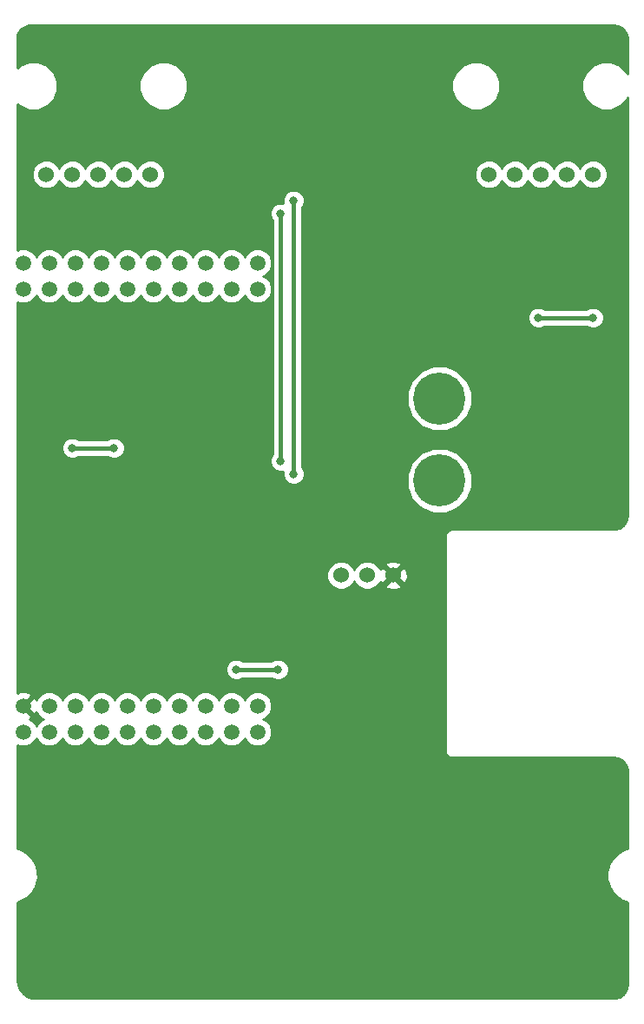
<source format=gbr>
G04 #@! TF.GenerationSoftware,KiCad,Pcbnew,(5.0.0)*
G04 #@! TF.CreationDate,2018-09-29T16:31:49-05:00*
G04 #@! TF.ProjectId,Driveboard_Hardware,4472697665626F6172645F4861726477,rev?*
G04 #@! TF.SameCoordinates,Original*
G04 #@! TF.FileFunction,Copper,L2,Bot,Signal*
G04 #@! TF.FilePolarity,Positive*
%FSLAX46Y46*%
G04 Gerber Fmt 4.6, Leading zero omitted, Abs format (unit mm)*
G04 Created by KiCad (PCBNEW (5.0.0)) date 09/29/18 16:31:49*
%MOMM*%
%LPD*%
G01*
G04 APERTURE LIST*
G04 #@! TA.AperFunction,ComponentPad*
%ADD10C,1.520000*%
G04 #@! TD*
G04 #@! TA.AperFunction,ComponentPad*
%ADD11C,1.524000*%
G04 #@! TD*
G04 #@! TA.AperFunction,ComponentPad*
%ADD12C,5.080000*%
G04 #@! TD*
G04 #@! TA.AperFunction,ViaPad*
%ADD13C,0.800000*%
G04 #@! TD*
G04 #@! TA.AperFunction,Conductor*
%ADD14C,0.381000*%
G04 #@! TD*
G04 #@! TA.AperFunction,Conductor*
%ADD15C,0.254000*%
G04 #@! TD*
G04 APERTURE END LIST*
D10*
G04 #@! TO.P,U1,+5V*
G04 #@! TO.N,Net-(C2-Pad1)*
X65049001Y-129285001D03*
G04 #@! TO.P,U1,GND*
G04 #@! TO.N,Earth*
X67589001Y-129285001D03*
G04 #@! TO.P,U1,PE0*
G04 #@! TO.N,Net-(U1-PadPE0)*
X70129001Y-129285001D03*
G04 #@! TO.P,U1,PE1*
G04 #@! TO.N,Net-(U1-PadPE1)*
X72669001Y-129285001D03*
G04 #@! TO.P,U1,PE2*
G04 #@! TO.N,Net-(U1-PadPE2)*
X75209001Y-129285001D03*
G04 #@! TO.P,U1,PE3*
G04 #@! TO.N,Net-(U1-PadPE3)*
X77749001Y-129285001D03*
G04 #@! TO.P,U1,PD7*
G04 #@! TO.N,Net-(U1-PadPD7)*
X80289001Y-129285001D03*
G04 #@! TO.P,U1,PA6*
G04 #@! TO.N,Net-(U1-PadPA6)*
X82829001Y-129285001D03*
G04 #@! TO.P,U1,PM4*
G04 #@! TO.N,Net-(U1-PadPM4)*
X85369001Y-129285001D03*
G04 #@! TO.P,U1,PM5*
G04 #@! TO.N,Net-(U1-PadPM5)*
X87909001Y-129285001D03*
G04 #@! TO.P,U1,+3V3*
G04 #@! TO.N,Net-(U1-Pad+3V3)*
X65049001Y-131825001D03*
G04 #@! TO.P,U1,PE4*
G04 #@! TO.N,Net-(U1-PadPE4)*
X67589001Y-131825001D03*
G04 #@! TO.P,U1,PC4*
G04 #@! TO.N,Net-(U1-PadPC4)*
X70129001Y-131825001D03*
G04 #@! TO.P,U1,PC5*
G04 #@! TO.N,Net-(U1-PadPC5)*
X72669001Y-131825001D03*
G04 #@! TO.P,U1,PC6*
G04 #@! TO.N,Net-(U1-PadPC6)*
X75209001Y-131825001D03*
G04 #@! TO.P,U1,PE5*
G04 #@! TO.N,Net-(U1-PadPE5)*
X77749001Y-131825001D03*
G04 #@! TO.P,U1,PD3*
G04 #@! TO.N,Net-(U1-PadPD3)*
X80289001Y-131825001D03*
G04 #@! TO.P,U1,PC7*
G04 #@! TO.N,Net-(U1-PadPC7)*
X82829001Y-131825001D03*
G04 #@! TO.P,U1,PB2*
G04 #@! TO.N,Net-(U1-PadPB2)*
X85369001Y-131825001D03*
G04 #@! TO.P,U1,PB3*
G04 #@! TO.N,Net-(U1-PadPB3)*
X87909001Y-131825001D03*
G04 #@! TO.P,U1,PF1*
G04 #@! TO.N,Net-(U1-PadPF1)*
X65049001Y-88645001D03*
G04 #@! TO.P,U1,PF2*
G04 #@! TO.N,Net-(U1-PadPF2)*
X67589001Y-88645001D03*
G04 #@! TO.P,U1,PF3*
G04 #@! TO.N,Net-(U1-PadPF3)*
X70129001Y-88645001D03*
G04 #@! TO.P,U1,PG0*
G04 #@! TO.N,Net-(U1-PadPG0)*
X72669001Y-88645001D03*
G04 #@! TO.P,U1,PL4*
G04 #@! TO.N,Net-(U1-PadPL4)*
X75209001Y-88645001D03*
G04 #@! TO.P,U1,PL5*
G04 #@! TO.N,Net-(U1-PadPL5)*
X77749001Y-88645001D03*
G04 #@! TO.P,U1,PL0*
G04 #@! TO.N,Net-(U1-PadPL0)*
X80289001Y-88645001D03*
G04 #@! TO.P,U1,PL1*
G04 #@! TO.N,Net-(U1-PadPL1)*
X82829001Y-88645001D03*
G04 #@! TO.P,U1,PL2*
G04 #@! TO.N,Net-(U1-PadPL2)*
X85369001Y-88645001D03*
G04 #@! TO.P,U1,PL3*
G04 #@! TO.N,Net-(U1-PadPL3)*
X87909001Y-88645001D03*
G04 #@! TO.P,U1,GND*
G04 #@! TO.N,Earth*
X65049001Y-86105001D03*
G04 #@! TO.P,U1,PM3*
G04 #@! TO.N,Net-(U1-PadPM3)*
X67589001Y-86105001D03*
G04 #@! TO.P,U1,PH2*
G04 #@! TO.N,Net-(U1-PadPH2)*
X70129001Y-86105001D03*
G04 #@! TO.P,U1,PH3*
G04 #@! TO.N,Net-(U1-PadPH3)*
X72669001Y-86105001D03*
G04 #@! TO.P,U1,Rese*
G04 #@! TO.N,Net-(U1-PadRese)*
X75209001Y-86105001D03*
G04 #@! TO.P,U1,PD1*
G04 #@! TO.N,Net-(U1-PadPD1)*
X77749001Y-86105001D03*
G04 #@! TO.P,U1,PD0*
G04 #@! TO.N,Net-(U1-PadPD0)*
X80289001Y-86105001D03*
G04 #@! TO.P,U1,PN2*
G04 #@! TO.N,Net-(U1-PadPN2)*
X82829001Y-86105001D03*
G04 #@! TO.P,U1,PN3*
G04 #@! TO.N,Net-(U1-PadPN3)*
X85369001Y-86105001D03*
G04 #@! TO.P,U1,PP2*
G04 #@! TO.N,Net-(U1-PadPP2)*
X87909001Y-86105001D03*
G04 #@! TD*
D11*
G04 #@! TO.P,U2,1*
G04 #@! TO.N,Net-(C1-Pad1)*
X96064008Y-116557532D03*
G04 #@! TO.P,U2,2*
G04 #@! TO.N,Earth*
X98604008Y-116557532D03*
G04 #@! TO.P,U2,3*
G04 #@! TO.N,Net-(C2-Pad1)*
X101144008Y-116557532D03*
G04 #@! TD*
G04 #@! TO.P,Conn2,1*
G04 #@! TO.N,Net-(Conn2-Pad1)*
X67310000Y-77470000D03*
G04 #@! TO.P,Conn2,2*
G04 #@! TO.N,Net-(Conn2-Pad2)*
X69850000Y-77470000D03*
G04 #@! TO.P,Conn2,3*
G04 #@! TO.N,Earth*
X72390000Y-77470000D03*
G04 #@! TO.P,Conn2,4*
G04 #@! TO.N,Net-(Conn2-Pad4)*
X74930000Y-77470000D03*
G04 #@! TO.P,Conn2,5*
G04 #@! TO.N,Net-(Conn2-Pad5)*
X77470000Y-77470000D03*
G04 #@! TD*
G04 #@! TO.P,Conn3,5*
G04 #@! TO.N,Net-(Conn3-Pad5)*
X120650000Y-77470000D03*
G04 #@! TO.P,Conn3,4*
G04 #@! TO.N,Net-(Conn3-Pad4)*
X118110000Y-77470000D03*
G04 #@! TO.P,Conn3,3*
G04 #@! TO.N,Earth*
X115570000Y-77470000D03*
G04 #@! TO.P,Conn3,2*
G04 #@! TO.N,Net-(Conn3-Pad2)*
X113030000Y-77470000D03*
G04 #@! TO.P,Conn3,1*
G04 #@! TO.N,Net-(Conn3-Pad1)*
X110490000Y-77470000D03*
G04 #@! TD*
D12*
G04 #@! TO.P,Conn1,1*
G04 #@! TO.N,Earth*
X105638600Y-99313000D03*
G04 #@! TO.P,Conn1,2*
G04 #@! TO.N,Net-(C1-Pad1)*
X105638600Y-107314000D03*
G04 #@! TD*
D13*
G04 #@! TO.N,Earth*
X73914000Y-104140000D03*
X69850000Y-104140000D03*
G04 #@! TO.N,Net-(C2-Pad1)*
X88392000Y-102870000D03*
G04 #@! TO.N,Net-(Conn2-Pad4)*
X90170000Y-105410000D03*
X90170000Y-81280000D03*
G04 #@! TO.N,Net-(Conn2-Pad5)*
X91440000Y-106680000D03*
X91440000Y-80010000D03*
G04 #@! TO.N,Net-(Conn3-Pad5)*
X120650000Y-91440000D03*
X115316000Y-91440000D03*
G04 #@! TO.N,Net-(U1-PadPE2)*
X85852000Y-125730000D03*
X89916000Y-125730000D03*
G04 #@! TD*
D14*
G04 #@! TO.N,Earth*
X73914000Y-104140000D02*
X69850000Y-104140000D01*
G04 #@! TO.N,Net-(Conn2-Pad4)*
X90170000Y-105410000D02*
X90170000Y-81280000D01*
G04 #@! TO.N,Net-(Conn2-Pad5)*
X91440000Y-80010000D02*
X91440000Y-106680000D01*
G04 #@! TO.N,Net-(Conn3-Pad5)*
X120650000Y-91440000D02*
X115316000Y-91440000D01*
G04 #@! TO.N,Net-(U1-PadPE2)*
X85852000Y-125730000D02*
X89916000Y-125730000D01*
X89916000Y-125730000D02*
X89916000Y-125730000D01*
G04 #@! TD*
D15*
G04 #@! TO.N,Net-(C2-Pad1)*
G36*
X123051009Y-63000090D02*
X123390352Y-63154381D01*
X123672752Y-63397712D01*
X123875506Y-63710523D01*
X123989348Y-64091184D01*
X124004001Y-64288363D01*
X124004001Y-67698247D01*
X123920711Y-67497167D01*
X123256833Y-66833289D01*
X122389433Y-66474000D01*
X121450567Y-66474000D01*
X120583167Y-66833289D01*
X119919289Y-67497167D01*
X119560000Y-68364567D01*
X119560000Y-69303433D01*
X119919289Y-70170833D01*
X120583167Y-70834711D01*
X121450567Y-71194000D01*
X122389433Y-71194000D01*
X123256833Y-70834711D01*
X123920711Y-70170833D01*
X124004001Y-69969754D01*
X124004000Y-110693419D01*
X123943910Y-111113009D01*
X123789619Y-111452352D01*
X123546288Y-111734752D01*
X123233479Y-111937506D01*
X122852815Y-112051348D01*
X122655649Y-112066000D01*
X107003926Y-112066000D01*
X106934000Y-112052091D01*
X106864075Y-112066000D01*
X106864074Y-112066000D01*
X106656972Y-112107195D01*
X106422119Y-112264119D01*
X106265195Y-112498972D01*
X106210091Y-112776000D01*
X106224001Y-112845931D01*
X106224000Y-133534074D01*
X106210091Y-133604000D01*
X106265195Y-133881028D01*
X106422119Y-134115881D01*
X106656972Y-134272805D01*
X106816571Y-134304551D01*
X106934000Y-134327909D01*
X107003925Y-134314000D01*
X122631419Y-134314000D01*
X123051009Y-134374090D01*
X123390352Y-134528381D01*
X123672752Y-134771712D01*
X123875506Y-135084523D01*
X123989348Y-135465184D01*
X124004000Y-135662350D01*
X124004001Y-143153281D01*
X123918491Y-143179423D01*
X123826033Y-143206460D01*
X123818159Y-143210098D01*
X123296644Y-143454948D01*
X123216075Y-143507872D01*
X123134927Y-143559768D01*
X123128390Y-143565470D01*
X122696558Y-143946851D01*
X122634096Y-144020244D01*
X122570760Y-144092847D01*
X122566087Y-144100154D01*
X122258654Y-144587407D01*
X122219298Y-144675387D01*
X122178889Y-144762840D01*
X122176457Y-144771160D01*
X122176454Y-144771166D01*
X122176453Y-144771173D01*
X122018134Y-145325118D01*
X122005056Y-145420586D01*
X121990813Y-145515890D01*
X121990813Y-145524564D01*
X121994333Y-146100687D01*
X122008588Y-146196068D01*
X122021654Y-146291455D01*
X122024088Y-146299781D01*
X122189164Y-146851758D01*
X122229591Y-146939250D01*
X122268930Y-147027194D01*
X122273603Y-147034501D01*
X122586966Y-147517961D01*
X122650328Y-147590594D01*
X122712763Y-147663955D01*
X122719296Y-147669654D01*
X122719300Y-147669658D01*
X122719305Y-147669661D01*
X123155759Y-148045734D01*
X123236942Y-148097653D01*
X123317475Y-148150554D01*
X123325346Y-148154190D01*
X123325349Y-148154192D01*
X123325352Y-148154193D01*
X123849817Y-148392653D01*
X123942309Y-148419700D01*
X124004000Y-148438561D01*
X124004001Y-156413412D01*
X123943910Y-156833009D01*
X123789619Y-157172352D01*
X123546288Y-157454752D01*
X123233479Y-157657506D01*
X122852815Y-157771348D01*
X122655649Y-157786000D01*
X66338667Y-157786000D01*
X65840301Y-157723042D01*
X65415111Y-157554697D01*
X65045141Y-157285899D01*
X64753645Y-156933541D01*
X64558933Y-156519756D01*
X64466907Y-156037339D01*
X64464000Y-155944836D01*
X64464000Y-148438719D01*
X64549509Y-148412577D01*
X64641967Y-148385540D01*
X64649841Y-148381902D01*
X65171356Y-148137052D01*
X65251925Y-148084128D01*
X65333073Y-148032232D01*
X65339610Y-148026530D01*
X65771442Y-147645149D01*
X65833887Y-147571776D01*
X65897240Y-147499153D01*
X65901913Y-147491846D01*
X66209346Y-147004593D01*
X66248687Y-146916645D01*
X66289111Y-146829160D01*
X66291545Y-146820835D01*
X66449866Y-146266882D01*
X66462943Y-146171421D01*
X66477187Y-146076111D01*
X66477187Y-146067436D01*
X66473667Y-145491313D01*
X66459414Y-145395943D01*
X66446346Y-145300544D01*
X66443912Y-145292219D01*
X66278836Y-144740241D01*
X66238418Y-144652769D01*
X66199071Y-144564806D01*
X66194397Y-144557499D01*
X65881034Y-144074040D01*
X65817707Y-144001447D01*
X65755237Y-143928045D01*
X65748700Y-143922343D01*
X65312241Y-143546266D01*
X65231058Y-143494347D01*
X65150525Y-143441446D01*
X65142654Y-143437810D01*
X65142651Y-143437808D01*
X65142648Y-143437807D01*
X64618183Y-143199347D01*
X64525691Y-143172300D01*
X64464000Y-143153439D01*
X64464000Y-133092623D01*
X64771518Y-133220001D01*
X65326484Y-133220001D01*
X65839205Y-133007625D01*
X66231625Y-132615205D01*
X66319001Y-132404261D01*
X66406377Y-132615205D01*
X66798797Y-133007625D01*
X67311518Y-133220001D01*
X67866484Y-133220001D01*
X68379205Y-133007625D01*
X68771625Y-132615205D01*
X68859001Y-132404261D01*
X68946377Y-132615205D01*
X69338797Y-133007625D01*
X69851518Y-133220001D01*
X70406484Y-133220001D01*
X70919205Y-133007625D01*
X71311625Y-132615205D01*
X71399001Y-132404261D01*
X71486377Y-132615205D01*
X71878797Y-133007625D01*
X72391518Y-133220001D01*
X72946484Y-133220001D01*
X73459205Y-133007625D01*
X73851625Y-132615205D01*
X73939001Y-132404261D01*
X74026377Y-132615205D01*
X74418797Y-133007625D01*
X74931518Y-133220001D01*
X75486484Y-133220001D01*
X75999205Y-133007625D01*
X76391625Y-132615205D01*
X76479001Y-132404261D01*
X76566377Y-132615205D01*
X76958797Y-133007625D01*
X77471518Y-133220001D01*
X78026484Y-133220001D01*
X78539205Y-133007625D01*
X78931625Y-132615205D01*
X79019001Y-132404261D01*
X79106377Y-132615205D01*
X79498797Y-133007625D01*
X80011518Y-133220001D01*
X80566484Y-133220001D01*
X81079205Y-133007625D01*
X81471625Y-132615205D01*
X81559001Y-132404261D01*
X81646377Y-132615205D01*
X82038797Y-133007625D01*
X82551518Y-133220001D01*
X83106484Y-133220001D01*
X83619205Y-133007625D01*
X84011625Y-132615205D01*
X84099001Y-132404261D01*
X84186377Y-132615205D01*
X84578797Y-133007625D01*
X85091518Y-133220001D01*
X85646484Y-133220001D01*
X86159205Y-133007625D01*
X86551625Y-132615205D01*
X86639001Y-132404261D01*
X86726377Y-132615205D01*
X87118797Y-133007625D01*
X87631518Y-133220001D01*
X88186484Y-133220001D01*
X88699205Y-133007625D01*
X89091625Y-132615205D01*
X89304001Y-132102484D01*
X89304001Y-131547518D01*
X89091625Y-131034797D01*
X88699205Y-130642377D01*
X88488261Y-130555001D01*
X88699205Y-130467625D01*
X89091625Y-130075205D01*
X89304001Y-129562484D01*
X89304001Y-129007518D01*
X89091625Y-128494797D01*
X88699205Y-128102377D01*
X88186484Y-127890001D01*
X87631518Y-127890001D01*
X87118797Y-128102377D01*
X86726377Y-128494797D01*
X86639001Y-128705741D01*
X86551625Y-128494797D01*
X86159205Y-128102377D01*
X85646484Y-127890001D01*
X85091518Y-127890001D01*
X84578797Y-128102377D01*
X84186377Y-128494797D01*
X84099001Y-128705741D01*
X84011625Y-128494797D01*
X83619205Y-128102377D01*
X83106484Y-127890001D01*
X82551518Y-127890001D01*
X82038797Y-128102377D01*
X81646377Y-128494797D01*
X81559001Y-128705741D01*
X81471625Y-128494797D01*
X81079205Y-128102377D01*
X80566484Y-127890001D01*
X80011518Y-127890001D01*
X79498797Y-128102377D01*
X79106377Y-128494797D01*
X79019001Y-128705741D01*
X78931625Y-128494797D01*
X78539205Y-128102377D01*
X78026484Y-127890001D01*
X77471518Y-127890001D01*
X76958797Y-128102377D01*
X76566377Y-128494797D01*
X76479001Y-128705741D01*
X76391625Y-128494797D01*
X75999205Y-128102377D01*
X75486484Y-127890001D01*
X74931518Y-127890001D01*
X74418797Y-128102377D01*
X74026377Y-128494797D01*
X73939001Y-128705741D01*
X73851625Y-128494797D01*
X73459205Y-128102377D01*
X72946484Y-127890001D01*
X72391518Y-127890001D01*
X71878797Y-128102377D01*
X71486377Y-128494797D01*
X71399001Y-128705741D01*
X71311625Y-128494797D01*
X70919205Y-128102377D01*
X70406484Y-127890001D01*
X69851518Y-127890001D01*
X69338797Y-128102377D01*
X68946377Y-128494797D01*
X68859001Y-128705741D01*
X68771625Y-128494797D01*
X68379205Y-128102377D01*
X67866484Y-127890001D01*
X67311518Y-127890001D01*
X66798797Y-128102377D01*
X66406377Y-128494797D01*
X66325579Y-128689860D01*
X66269743Y-128555060D01*
X66027765Y-128485842D01*
X65228606Y-129285001D01*
X66027765Y-130084160D01*
X66269743Y-130014942D01*
X66321407Y-129870070D01*
X66406377Y-130075205D01*
X66798797Y-130467625D01*
X67009741Y-130555001D01*
X66798797Y-130642377D01*
X66406377Y-131034797D01*
X66319001Y-131245741D01*
X66231625Y-131034797D01*
X65839205Y-130642377D01*
X65644142Y-130561579D01*
X65778942Y-130505743D01*
X65848160Y-130263765D01*
X65049001Y-129464606D01*
X65034859Y-129478749D01*
X64855254Y-129299144D01*
X64869396Y-129285001D01*
X64855254Y-129270859D01*
X65034859Y-129091254D01*
X65049001Y-129105396D01*
X65848160Y-128306237D01*
X65778942Y-128064259D01*
X65256221Y-127877846D01*
X64701952Y-127905660D01*
X64464000Y-128004223D01*
X64464000Y-125524126D01*
X84817000Y-125524126D01*
X84817000Y-125935874D01*
X84974569Y-126316280D01*
X85265720Y-126607431D01*
X85646126Y-126765000D01*
X86057874Y-126765000D01*
X86438280Y-126607431D01*
X86490211Y-126555500D01*
X89277789Y-126555500D01*
X89329720Y-126607431D01*
X89710126Y-126765000D01*
X90121874Y-126765000D01*
X90502280Y-126607431D01*
X90793431Y-126316280D01*
X90951000Y-125935874D01*
X90951000Y-125524126D01*
X90793431Y-125143720D01*
X90502280Y-124852569D01*
X90121874Y-124695000D01*
X89710126Y-124695000D01*
X89329720Y-124852569D01*
X89277789Y-124904500D01*
X86490211Y-124904500D01*
X86438280Y-124852569D01*
X86057874Y-124695000D01*
X85646126Y-124695000D01*
X85265720Y-124852569D01*
X84974569Y-125143720D01*
X84817000Y-125524126D01*
X64464000Y-125524126D01*
X64464000Y-116279651D01*
X94667008Y-116279651D01*
X94667008Y-116835413D01*
X94879688Y-117348869D01*
X95272671Y-117741852D01*
X95786127Y-117954532D01*
X96341889Y-117954532D01*
X96855345Y-117741852D01*
X97248328Y-117348869D01*
X97334008Y-117142019D01*
X97419688Y-117348869D01*
X97812671Y-117741852D01*
X98326127Y-117954532D01*
X98881889Y-117954532D01*
X99395345Y-117741852D01*
X99599452Y-117537745D01*
X100343400Y-117537745D01*
X100412865Y-117779929D01*
X100936310Y-117966676D01*
X101491376Y-117938894D01*
X101875151Y-117779929D01*
X101944616Y-117537745D01*
X101144008Y-116737137D01*
X100343400Y-117537745D01*
X99599452Y-117537745D01*
X99788328Y-117348869D01*
X99867436Y-117157885D01*
X99921611Y-117288675D01*
X100163795Y-117358140D01*
X100964403Y-116557532D01*
X101323613Y-116557532D01*
X102124221Y-117358140D01*
X102366405Y-117288675D01*
X102553152Y-116765230D01*
X102525370Y-116210164D01*
X102366405Y-115826389D01*
X102124221Y-115756924D01*
X101323613Y-116557532D01*
X100964403Y-116557532D01*
X100163795Y-115756924D01*
X99921611Y-115826389D01*
X99871473Y-115966925D01*
X99788328Y-115766195D01*
X99599452Y-115577319D01*
X100343400Y-115577319D01*
X101144008Y-116377927D01*
X101944616Y-115577319D01*
X101875151Y-115335135D01*
X101351706Y-115148388D01*
X100796640Y-115176170D01*
X100412865Y-115335135D01*
X100343400Y-115577319D01*
X99599452Y-115577319D01*
X99395345Y-115373212D01*
X98881889Y-115160532D01*
X98326127Y-115160532D01*
X97812671Y-115373212D01*
X97419688Y-115766195D01*
X97334008Y-115973045D01*
X97248328Y-115766195D01*
X96855345Y-115373212D01*
X96341889Y-115160532D01*
X95786127Y-115160532D01*
X95272671Y-115373212D01*
X94879688Y-115766195D01*
X94667008Y-116279651D01*
X64464000Y-116279651D01*
X64464000Y-103934126D01*
X68815000Y-103934126D01*
X68815000Y-104345874D01*
X68972569Y-104726280D01*
X69263720Y-105017431D01*
X69644126Y-105175000D01*
X70055874Y-105175000D01*
X70436280Y-105017431D01*
X70488211Y-104965500D01*
X73275789Y-104965500D01*
X73327720Y-105017431D01*
X73708126Y-105175000D01*
X74119874Y-105175000D01*
X74500280Y-105017431D01*
X74791431Y-104726280D01*
X74949000Y-104345874D01*
X74949000Y-103934126D01*
X74791431Y-103553720D01*
X74500280Y-103262569D01*
X74119874Y-103105000D01*
X73708126Y-103105000D01*
X73327720Y-103262569D01*
X73275789Y-103314500D01*
X70488211Y-103314500D01*
X70436280Y-103262569D01*
X70055874Y-103105000D01*
X69644126Y-103105000D01*
X69263720Y-103262569D01*
X68972569Y-103553720D01*
X68815000Y-103934126D01*
X64464000Y-103934126D01*
X64464000Y-89912623D01*
X64771518Y-90040001D01*
X65326484Y-90040001D01*
X65839205Y-89827625D01*
X66231625Y-89435205D01*
X66319001Y-89224261D01*
X66406377Y-89435205D01*
X66798797Y-89827625D01*
X67311518Y-90040001D01*
X67866484Y-90040001D01*
X68379205Y-89827625D01*
X68771625Y-89435205D01*
X68859001Y-89224261D01*
X68946377Y-89435205D01*
X69338797Y-89827625D01*
X69851518Y-90040001D01*
X70406484Y-90040001D01*
X70919205Y-89827625D01*
X71311625Y-89435205D01*
X71399001Y-89224261D01*
X71486377Y-89435205D01*
X71878797Y-89827625D01*
X72391518Y-90040001D01*
X72946484Y-90040001D01*
X73459205Y-89827625D01*
X73851625Y-89435205D01*
X73939001Y-89224261D01*
X74026377Y-89435205D01*
X74418797Y-89827625D01*
X74931518Y-90040001D01*
X75486484Y-90040001D01*
X75999205Y-89827625D01*
X76391625Y-89435205D01*
X76479001Y-89224261D01*
X76566377Y-89435205D01*
X76958797Y-89827625D01*
X77471518Y-90040001D01*
X78026484Y-90040001D01*
X78539205Y-89827625D01*
X78931625Y-89435205D01*
X79019001Y-89224261D01*
X79106377Y-89435205D01*
X79498797Y-89827625D01*
X80011518Y-90040001D01*
X80566484Y-90040001D01*
X81079205Y-89827625D01*
X81471625Y-89435205D01*
X81559001Y-89224261D01*
X81646377Y-89435205D01*
X82038797Y-89827625D01*
X82551518Y-90040001D01*
X83106484Y-90040001D01*
X83619205Y-89827625D01*
X84011625Y-89435205D01*
X84099001Y-89224261D01*
X84186377Y-89435205D01*
X84578797Y-89827625D01*
X85091518Y-90040001D01*
X85646484Y-90040001D01*
X86159205Y-89827625D01*
X86551625Y-89435205D01*
X86639001Y-89224261D01*
X86726377Y-89435205D01*
X87118797Y-89827625D01*
X87631518Y-90040001D01*
X88186484Y-90040001D01*
X88699205Y-89827625D01*
X89091625Y-89435205D01*
X89304001Y-88922484D01*
X89304001Y-88367518D01*
X89091625Y-87854797D01*
X88699205Y-87462377D01*
X88488261Y-87375001D01*
X88699205Y-87287625D01*
X89091625Y-86895205D01*
X89304001Y-86382484D01*
X89304001Y-85827518D01*
X89091625Y-85314797D01*
X88699205Y-84922377D01*
X88186484Y-84710001D01*
X87631518Y-84710001D01*
X87118797Y-84922377D01*
X86726377Y-85314797D01*
X86639001Y-85525741D01*
X86551625Y-85314797D01*
X86159205Y-84922377D01*
X85646484Y-84710001D01*
X85091518Y-84710001D01*
X84578797Y-84922377D01*
X84186377Y-85314797D01*
X84099001Y-85525741D01*
X84011625Y-85314797D01*
X83619205Y-84922377D01*
X83106484Y-84710001D01*
X82551518Y-84710001D01*
X82038797Y-84922377D01*
X81646377Y-85314797D01*
X81559001Y-85525741D01*
X81471625Y-85314797D01*
X81079205Y-84922377D01*
X80566484Y-84710001D01*
X80011518Y-84710001D01*
X79498797Y-84922377D01*
X79106377Y-85314797D01*
X79019001Y-85525741D01*
X78931625Y-85314797D01*
X78539205Y-84922377D01*
X78026484Y-84710001D01*
X77471518Y-84710001D01*
X76958797Y-84922377D01*
X76566377Y-85314797D01*
X76479001Y-85525741D01*
X76391625Y-85314797D01*
X75999205Y-84922377D01*
X75486484Y-84710001D01*
X74931518Y-84710001D01*
X74418797Y-84922377D01*
X74026377Y-85314797D01*
X73939001Y-85525741D01*
X73851625Y-85314797D01*
X73459205Y-84922377D01*
X72946484Y-84710001D01*
X72391518Y-84710001D01*
X71878797Y-84922377D01*
X71486377Y-85314797D01*
X71399001Y-85525741D01*
X71311625Y-85314797D01*
X70919205Y-84922377D01*
X70406484Y-84710001D01*
X69851518Y-84710001D01*
X69338797Y-84922377D01*
X68946377Y-85314797D01*
X68859001Y-85525741D01*
X68771625Y-85314797D01*
X68379205Y-84922377D01*
X67866484Y-84710001D01*
X67311518Y-84710001D01*
X66798797Y-84922377D01*
X66406377Y-85314797D01*
X66319001Y-85525741D01*
X66231625Y-85314797D01*
X65839205Y-84922377D01*
X65326484Y-84710001D01*
X64771518Y-84710001D01*
X64464000Y-84837379D01*
X64464000Y-81074126D01*
X89135000Y-81074126D01*
X89135000Y-81485874D01*
X89292569Y-81866280D01*
X89344501Y-81918212D01*
X89344500Y-104771789D01*
X89292569Y-104823720D01*
X89135000Y-105204126D01*
X89135000Y-105615874D01*
X89292569Y-105996280D01*
X89583720Y-106287431D01*
X89964126Y-106445000D01*
X90375874Y-106445000D01*
X90425595Y-106424405D01*
X90405000Y-106474126D01*
X90405000Y-106885874D01*
X90562569Y-107266280D01*
X90853720Y-107557431D01*
X91234126Y-107715000D01*
X91645874Y-107715000D01*
X92026280Y-107557431D01*
X92317431Y-107266280D01*
X92475000Y-106885874D01*
X92475000Y-106682453D01*
X102463600Y-106682453D01*
X102463600Y-107945547D01*
X102946965Y-109112493D01*
X103840107Y-110005635D01*
X105007053Y-110489000D01*
X106270147Y-110489000D01*
X107437093Y-110005635D01*
X108330235Y-109112493D01*
X108813600Y-107945547D01*
X108813600Y-106682453D01*
X108330235Y-105515507D01*
X107437093Y-104622365D01*
X106270147Y-104139000D01*
X105007053Y-104139000D01*
X103840107Y-104622365D01*
X102946965Y-105515507D01*
X102463600Y-106682453D01*
X92475000Y-106682453D01*
X92475000Y-106474126D01*
X92317431Y-106093720D01*
X92265500Y-106041789D01*
X92265500Y-98681453D01*
X102463600Y-98681453D01*
X102463600Y-99944547D01*
X102946965Y-101111493D01*
X103840107Y-102004635D01*
X105007053Y-102488000D01*
X106270147Y-102488000D01*
X107437093Y-102004635D01*
X108330235Y-101111493D01*
X108813600Y-99944547D01*
X108813600Y-98681453D01*
X108330235Y-97514507D01*
X107437093Y-96621365D01*
X106270147Y-96138000D01*
X105007053Y-96138000D01*
X103840107Y-96621365D01*
X102946965Y-97514507D01*
X102463600Y-98681453D01*
X92265500Y-98681453D01*
X92265500Y-91234126D01*
X114281000Y-91234126D01*
X114281000Y-91645874D01*
X114438569Y-92026280D01*
X114729720Y-92317431D01*
X115110126Y-92475000D01*
X115521874Y-92475000D01*
X115902280Y-92317431D01*
X115954211Y-92265500D01*
X120011789Y-92265500D01*
X120063720Y-92317431D01*
X120444126Y-92475000D01*
X120855874Y-92475000D01*
X121236280Y-92317431D01*
X121527431Y-92026280D01*
X121685000Y-91645874D01*
X121685000Y-91234126D01*
X121527431Y-90853720D01*
X121236280Y-90562569D01*
X120855874Y-90405000D01*
X120444126Y-90405000D01*
X120063720Y-90562569D01*
X120011789Y-90614500D01*
X115954211Y-90614500D01*
X115902280Y-90562569D01*
X115521874Y-90405000D01*
X115110126Y-90405000D01*
X114729720Y-90562569D01*
X114438569Y-90853720D01*
X114281000Y-91234126D01*
X92265500Y-91234126D01*
X92265500Y-80648211D01*
X92317431Y-80596280D01*
X92475000Y-80215874D01*
X92475000Y-79804126D01*
X92317431Y-79423720D01*
X92026280Y-79132569D01*
X91645874Y-78975000D01*
X91234126Y-78975000D01*
X90853720Y-79132569D01*
X90562569Y-79423720D01*
X90405000Y-79804126D01*
X90405000Y-80215874D01*
X90425595Y-80265595D01*
X90375874Y-80245000D01*
X89964126Y-80245000D01*
X89583720Y-80402569D01*
X89292569Y-80693720D01*
X89135000Y-81074126D01*
X64464000Y-81074126D01*
X64464000Y-77192119D01*
X65913000Y-77192119D01*
X65913000Y-77747881D01*
X66125680Y-78261337D01*
X66518663Y-78654320D01*
X67032119Y-78867000D01*
X67587881Y-78867000D01*
X68101337Y-78654320D01*
X68494320Y-78261337D01*
X68580000Y-78054487D01*
X68665680Y-78261337D01*
X69058663Y-78654320D01*
X69572119Y-78867000D01*
X70127881Y-78867000D01*
X70641337Y-78654320D01*
X71034320Y-78261337D01*
X71120000Y-78054487D01*
X71205680Y-78261337D01*
X71598663Y-78654320D01*
X72112119Y-78867000D01*
X72667881Y-78867000D01*
X73181337Y-78654320D01*
X73574320Y-78261337D01*
X73660000Y-78054487D01*
X73745680Y-78261337D01*
X74138663Y-78654320D01*
X74652119Y-78867000D01*
X75207881Y-78867000D01*
X75721337Y-78654320D01*
X76114320Y-78261337D01*
X76200000Y-78054487D01*
X76285680Y-78261337D01*
X76678663Y-78654320D01*
X77192119Y-78867000D01*
X77747881Y-78867000D01*
X78261337Y-78654320D01*
X78654320Y-78261337D01*
X78867000Y-77747881D01*
X78867000Y-77192119D01*
X109093000Y-77192119D01*
X109093000Y-77747881D01*
X109305680Y-78261337D01*
X109698663Y-78654320D01*
X110212119Y-78867000D01*
X110767881Y-78867000D01*
X111281337Y-78654320D01*
X111674320Y-78261337D01*
X111760000Y-78054487D01*
X111845680Y-78261337D01*
X112238663Y-78654320D01*
X112752119Y-78867000D01*
X113307881Y-78867000D01*
X113821337Y-78654320D01*
X114214320Y-78261337D01*
X114300000Y-78054487D01*
X114385680Y-78261337D01*
X114778663Y-78654320D01*
X115292119Y-78867000D01*
X115847881Y-78867000D01*
X116361337Y-78654320D01*
X116754320Y-78261337D01*
X116840000Y-78054487D01*
X116925680Y-78261337D01*
X117318663Y-78654320D01*
X117832119Y-78867000D01*
X118387881Y-78867000D01*
X118901337Y-78654320D01*
X119294320Y-78261337D01*
X119380000Y-78054487D01*
X119465680Y-78261337D01*
X119858663Y-78654320D01*
X120372119Y-78867000D01*
X120927881Y-78867000D01*
X121441337Y-78654320D01*
X121834320Y-78261337D01*
X122047000Y-77747881D01*
X122047000Y-77192119D01*
X121834320Y-76678663D01*
X121441337Y-76285680D01*
X120927881Y-76073000D01*
X120372119Y-76073000D01*
X119858663Y-76285680D01*
X119465680Y-76678663D01*
X119380000Y-76885513D01*
X119294320Y-76678663D01*
X118901337Y-76285680D01*
X118387881Y-76073000D01*
X117832119Y-76073000D01*
X117318663Y-76285680D01*
X116925680Y-76678663D01*
X116840000Y-76885513D01*
X116754320Y-76678663D01*
X116361337Y-76285680D01*
X115847881Y-76073000D01*
X115292119Y-76073000D01*
X114778663Y-76285680D01*
X114385680Y-76678663D01*
X114300000Y-76885513D01*
X114214320Y-76678663D01*
X113821337Y-76285680D01*
X113307881Y-76073000D01*
X112752119Y-76073000D01*
X112238663Y-76285680D01*
X111845680Y-76678663D01*
X111760000Y-76885513D01*
X111674320Y-76678663D01*
X111281337Y-76285680D01*
X110767881Y-76073000D01*
X110212119Y-76073000D01*
X109698663Y-76285680D01*
X109305680Y-76678663D01*
X109093000Y-77192119D01*
X78867000Y-77192119D01*
X78654320Y-76678663D01*
X78261337Y-76285680D01*
X77747881Y-76073000D01*
X77192119Y-76073000D01*
X76678663Y-76285680D01*
X76285680Y-76678663D01*
X76200000Y-76885513D01*
X76114320Y-76678663D01*
X75721337Y-76285680D01*
X75207881Y-76073000D01*
X74652119Y-76073000D01*
X74138663Y-76285680D01*
X73745680Y-76678663D01*
X73660000Y-76885513D01*
X73574320Y-76678663D01*
X73181337Y-76285680D01*
X72667881Y-76073000D01*
X72112119Y-76073000D01*
X71598663Y-76285680D01*
X71205680Y-76678663D01*
X71120000Y-76885513D01*
X71034320Y-76678663D01*
X70641337Y-76285680D01*
X70127881Y-76073000D01*
X69572119Y-76073000D01*
X69058663Y-76285680D01*
X68665680Y-76678663D01*
X68580000Y-76885513D01*
X68494320Y-76678663D01*
X68101337Y-76285680D01*
X67587881Y-76073000D01*
X67032119Y-76073000D01*
X66518663Y-76285680D01*
X66125680Y-76678663D01*
X65913000Y-77192119D01*
X64464000Y-77192119D01*
X64464000Y-70595544D01*
X64703167Y-70834711D01*
X65570567Y-71194000D01*
X66509433Y-71194000D01*
X67376833Y-70834711D01*
X68040711Y-70170833D01*
X68400000Y-69303433D01*
X68400000Y-68364567D01*
X76380000Y-68364567D01*
X76380000Y-69303433D01*
X76739289Y-70170833D01*
X77403167Y-70834711D01*
X78270567Y-71194000D01*
X79209433Y-71194000D01*
X80076833Y-70834711D01*
X80740711Y-70170833D01*
X81100000Y-69303433D01*
X81100000Y-68364567D01*
X106860000Y-68364567D01*
X106860000Y-69303433D01*
X107219289Y-70170833D01*
X107883167Y-70834711D01*
X108750567Y-71194000D01*
X109689433Y-71194000D01*
X110556833Y-70834711D01*
X111220711Y-70170833D01*
X111580000Y-69303433D01*
X111580000Y-68364567D01*
X111220711Y-67497167D01*
X110556833Y-66833289D01*
X109689433Y-66474000D01*
X108750567Y-66474000D01*
X107883167Y-66833289D01*
X107219289Y-67497167D01*
X106860000Y-68364567D01*
X81100000Y-68364567D01*
X80740711Y-67497167D01*
X80076833Y-66833289D01*
X79209433Y-66474000D01*
X78270567Y-66474000D01*
X77403167Y-66833289D01*
X76739289Y-67497167D01*
X76380000Y-68364567D01*
X68400000Y-68364567D01*
X68040711Y-67497167D01*
X67376833Y-66833289D01*
X66509433Y-66474000D01*
X65570567Y-66474000D01*
X64703167Y-66833289D01*
X64464000Y-67072456D01*
X64464000Y-64312581D01*
X64524090Y-63892991D01*
X64678381Y-63553648D01*
X64921712Y-63271248D01*
X65234523Y-63068494D01*
X65615184Y-62954652D01*
X65812350Y-62940000D01*
X122631419Y-62940000D01*
X123051009Y-63000090D01*
X123051009Y-63000090D01*
G37*
X123051009Y-63000090D02*
X123390352Y-63154381D01*
X123672752Y-63397712D01*
X123875506Y-63710523D01*
X123989348Y-64091184D01*
X124004001Y-64288363D01*
X124004001Y-67698247D01*
X123920711Y-67497167D01*
X123256833Y-66833289D01*
X122389433Y-66474000D01*
X121450567Y-66474000D01*
X120583167Y-66833289D01*
X119919289Y-67497167D01*
X119560000Y-68364567D01*
X119560000Y-69303433D01*
X119919289Y-70170833D01*
X120583167Y-70834711D01*
X121450567Y-71194000D01*
X122389433Y-71194000D01*
X123256833Y-70834711D01*
X123920711Y-70170833D01*
X124004001Y-69969754D01*
X124004000Y-110693419D01*
X123943910Y-111113009D01*
X123789619Y-111452352D01*
X123546288Y-111734752D01*
X123233479Y-111937506D01*
X122852815Y-112051348D01*
X122655649Y-112066000D01*
X107003926Y-112066000D01*
X106934000Y-112052091D01*
X106864075Y-112066000D01*
X106864074Y-112066000D01*
X106656972Y-112107195D01*
X106422119Y-112264119D01*
X106265195Y-112498972D01*
X106210091Y-112776000D01*
X106224001Y-112845931D01*
X106224000Y-133534074D01*
X106210091Y-133604000D01*
X106265195Y-133881028D01*
X106422119Y-134115881D01*
X106656972Y-134272805D01*
X106816571Y-134304551D01*
X106934000Y-134327909D01*
X107003925Y-134314000D01*
X122631419Y-134314000D01*
X123051009Y-134374090D01*
X123390352Y-134528381D01*
X123672752Y-134771712D01*
X123875506Y-135084523D01*
X123989348Y-135465184D01*
X124004000Y-135662350D01*
X124004001Y-143153281D01*
X123918491Y-143179423D01*
X123826033Y-143206460D01*
X123818159Y-143210098D01*
X123296644Y-143454948D01*
X123216075Y-143507872D01*
X123134927Y-143559768D01*
X123128390Y-143565470D01*
X122696558Y-143946851D01*
X122634096Y-144020244D01*
X122570760Y-144092847D01*
X122566087Y-144100154D01*
X122258654Y-144587407D01*
X122219298Y-144675387D01*
X122178889Y-144762840D01*
X122176457Y-144771160D01*
X122176454Y-144771166D01*
X122176453Y-144771173D01*
X122018134Y-145325118D01*
X122005056Y-145420586D01*
X121990813Y-145515890D01*
X121990813Y-145524564D01*
X121994333Y-146100687D01*
X122008588Y-146196068D01*
X122021654Y-146291455D01*
X122024088Y-146299781D01*
X122189164Y-146851758D01*
X122229591Y-146939250D01*
X122268930Y-147027194D01*
X122273603Y-147034501D01*
X122586966Y-147517961D01*
X122650328Y-147590594D01*
X122712763Y-147663955D01*
X122719296Y-147669654D01*
X122719300Y-147669658D01*
X122719305Y-147669661D01*
X123155759Y-148045734D01*
X123236942Y-148097653D01*
X123317475Y-148150554D01*
X123325346Y-148154190D01*
X123325349Y-148154192D01*
X123325352Y-148154193D01*
X123849817Y-148392653D01*
X123942309Y-148419700D01*
X124004000Y-148438561D01*
X124004001Y-156413412D01*
X123943910Y-156833009D01*
X123789619Y-157172352D01*
X123546288Y-157454752D01*
X123233479Y-157657506D01*
X122852815Y-157771348D01*
X122655649Y-157786000D01*
X66338667Y-157786000D01*
X65840301Y-157723042D01*
X65415111Y-157554697D01*
X65045141Y-157285899D01*
X64753645Y-156933541D01*
X64558933Y-156519756D01*
X64466907Y-156037339D01*
X64464000Y-155944836D01*
X64464000Y-148438719D01*
X64549509Y-148412577D01*
X64641967Y-148385540D01*
X64649841Y-148381902D01*
X65171356Y-148137052D01*
X65251925Y-148084128D01*
X65333073Y-148032232D01*
X65339610Y-148026530D01*
X65771442Y-147645149D01*
X65833887Y-147571776D01*
X65897240Y-147499153D01*
X65901913Y-147491846D01*
X66209346Y-147004593D01*
X66248687Y-146916645D01*
X66289111Y-146829160D01*
X66291545Y-146820835D01*
X66449866Y-146266882D01*
X66462943Y-146171421D01*
X66477187Y-146076111D01*
X66477187Y-146067436D01*
X66473667Y-145491313D01*
X66459414Y-145395943D01*
X66446346Y-145300544D01*
X66443912Y-145292219D01*
X66278836Y-144740241D01*
X66238418Y-144652769D01*
X66199071Y-144564806D01*
X66194397Y-144557499D01*
X65881034Y-144074040D01*
X65817707Y-144001447D01*
X65755237Y-143928045D01*
X65748700Y-143922343D01*
X65312241Y-143546266D01*
X65231058Y-143494347D01*
X65150525Y-143441446D01*
X65142654Y-143437810D01*
X65142651Y-143437808D01*
X65142648Y-143437807D01*
X64618183Y-143199347D01*
X64525691Y-143172300D01*
X64464000Y-143153439D01*
X64464000Y-133092623D01*
X64771518Y-133220001D01*
X65326484Y-133220001D01*
X65839205Y-133007625D01*
X66231625Y-132615205D01*
X66319001Y-132404261D01*
X66406377Y-132615205D01*
X66798797Y-133007625D01*
X67311518Y-133220001D01*
X67866484Y-133220001D01*
X68379205Y-133007625D01*
X68771625Y-132615205D01*
X68859001Y-132404261D01*
X68946377Y-132615205D01*
X69338797Y-133007625D01*
X69851518Y-133220001D01*
X70406484Y-133220001D01*
X70919205Y-133007625D01*
X71311625Y-132615205D01*
X71399001Y-132404261D01*
X71486377Y-132615205D01*
X71878797Y-133007625D01*
X72391518Y-133220001D01*
X72946484Y-133220001D01*
X73459205Y-133007625D01*
X73851625Y-132615205D01*
X73939001Y-132404261D01*
X74026377Y-132615205D01*
X74418797Y-133007625D01*
X74931518Y-133220001D01*
X75486484Y-133220001D01*
X75999205Y-133007625D01*
X76391625Y-132615205D01*
X76479001Y-132404261D01*
X76566377Y-132615205D01*
X76958797Y-133007625D01*
X77471518Y-133220001D01*
X78026484Y-133220001D01*
X78539205Y-133007625D01*
X78931625Y-132615205D01*
X79019001Y-132404261D01*
X79106377Y-132615205D01*
X79498797Y-133007625D01*
X80011518Y-133220001D01*
X80566484Y-133220001D01*
X81079205Y-133007625D01*
X81471625Y-132615205D01*
X81559001Y-132404261D01*
X81646377Y-132615205D01*
X82038797Y-133007625D01*
X82551518Y-133220001D01*
X83106484Y-133220001D01*
X83619205Y-133007625D01*
X84011625Y-132615205D01*
X84099001Y-132404261D01*
X84186377Y-132615205D01*
X84578797Y-133007625D01*
X85091518Y-133220001D01*
X85646484Y-133220001D01*
X86159205Y-133007625D01*
X86551625Y-132615205D01*
X86639001Y-132404261D01*
X86726377Y-132615205D01*
X87118797Y-133007625D01*
X87631518Y-133220001D01*
X88186484Y-133220001D01*
X88699205Y-133007625D01*
X89091625Y-132615205D01*
X89304001Y-132102484D01*
X89304001Y-131547518D01*
X89091625Y-131034797D01*
X88699205Y-130642377D01*
X88488261Y-130555001D01*
X88699205Y-130467625D01*
X89091625Y-130075205D01*
X89304001Y-129562484D01*
X89304001Y-129007518D01*
X89091625Y-128494797D01*
X88699205Y-128102377D01*
X88186484Y-127890001D01*
X87631518Y-127890001D01*
X87118797Y-128102377D01*
X86726377Y-128494797D01*
X86639001Y-128705741D01*
X86551625Y-128494797D01*
X86159205Y-128102377D01*
X85646484Y-127890001D01*
X85091518Y-127890001D01*
X84578797Y-128102377D01*
X84186377Y-128494797D01*
X84099001Y-128705741D01*
X84011625Y-128494797D01*
X83619205Y-128102377D01*
X83106484Y-127890001D01*
X82551518Y-127890001D01*
X82038797Y-128102377D01*
X81646377Y-128494797D01*
X81559001Y-128705741D01*
X81471625Y-128494797D01*
X81079205Y-128102377D01*
X80566484Y-127890001D01*
X80011518Y-127890001D01*
X79498797Y-128102377D01*
X79106377Y-128494797D01*
X79019001Y-128705741D01*
X78931625Y-128494797D01*
X78539205Y-128102377D01*
X78026484Y-127890001D01*
X77471518Y-127890001D01*
X76958797Y-128102377D01*
X76566377Y-128494797D01*
X76479001Y-128705741D01*
X76391625Y-128494797D01*
X75999205Y-128102377D01*
X75486484Y-127890001D01*
X74931518Y-127890001D01*
X74418797Y-128102377D01*
X74026377Y-128494797D01*
X73939001Y-128705741D01*
X73851625Y-128494797D01*
X73459205Y-128102377D01*
X72946484Y-127890001D01*
X72391518Y-127890001D01*
X71878797Y-128102377D01*
X71486377Y-128494797D01*
X71399001Y-128705741D01*
X71311625Y-128494797D01*
X70919205Y-128102377D01*
X70406484Y-127890001D01*
X69851518Y-127890001D01*
X69338797Y-128102377D01*
X68946377Y-128494797D01*
X68859001Y-128705741D01*
X68771625Y-128494797D01*
X68379205Y-128102377D01*
X67866484Y-127890001D01*
X67311518Y-127890001D01*
X66798797Y-128102377D01*
X66406377Y-128494797D01*
X66325579Y-128689860D01*
X66269743Y-128555060D01*
X66027765Y-128485842D01*
X65228606Y-129285001D01*
X66027765Y-130084160D01*
X66269743Y-130014942D01*
X66321407Y-129870070D01*
X66406377Y-130075205D01*
X66798797Y-130467625D01*
X67009741Y-130555001D01*
X66798797Y-130642377D01*
X66406377Y-131034797D01*
X66319001Y-131245741D01*
X66231625Y-131034797D01*
X65839205Y-130642377D01*
X65644142Y-130561579D01*
X65778942Y-130505743D01*
X65848160Y-130263765D01*
X65049001Y-129464606D01*
X65034859Y-129478749D01*
X64855254Y-129299144D01*
X64869396Y-129285001D01*
X64855254Y-129270859D01*
X65034859Y-129091254D01*
X65049001Y-129105396D01*
X65848160Y-128306237D01*
X65778942Y-128064259D01*
X65256221Y-127877846D01*
X64701952Y-127905660D01*
X64464000Y-128004223D01*
X64464000Y-125524126D01*
X84817000Y-125524126D01*
X84817000Y-125935874D01*
X84974569Y-126316280D01*
X85265720Y-126607431D01*
X85646126Y-126765000D01*
X86057874Y-126765000D01*
X86438280Y-126607431D01*
X86490211Y-126555500D01*
X89277789Y-126555500D01*
X89329720Y-126607431D01*
X89710126Y-126765000D01*
X90121874Y-126765000D01*
X90502280Y-126607431D01*
X90793431Y-126316280D01*
X90951000Y-125935874D01*
X90951000Y-125524126D01*
X90793431Y-125143720D01*
X90502280Y-124852569D01*
X90121874Y-124695000D01*
X89710126Y-124695000D01*
X89329720Y-124852569D01*
X89277789Y-124904500D01*
X86490211Y-124904500D01*
X86438280Y-124852569D01*
X86057874Y-124695000D01*
X85646126Y-124695000D01*
X85265720Y-124852569D01*
X84974569Y-125143720D01*
X84817000Y-125524126D01*
X64464000Y-125524126D01*
X64464000Y-116279651D01*
X94667008Y-116279651D01*
X94667008Y-116835413D01*
X94879688Y-117348869D01*
X95272671Y-117741852D01*
X95786127Y-117954532D01*
X96341889Y-117954532D01*
X96855345Y-117741852D01*
X97248328Y-117348869D01*
X97334008Y-117142019D01*
X97419688Y-117348869D01*
X97812671Y-117741852D01*
X98326127Y-117954532D01*
X98881889Y-117954532D01*
X99395345Y-117741852D01*
X99599452Y-117537745D01*
X100343400Y-117537745D01*
X100412865Y-117779929D01*
X100936310Y-117966676D01*
X101491376Y-117938894D01*
X101875151Y-117779929D01*
X101944616Y-117537745D01*
X101144008Y-116737137D01*
X100343400Y-117537745D01*
X99599452Y-117537745D01*
X99788328Y-117348869D01*
X99867436Y-117157885D01*
X99921611Y-117288675D01*
X100163795Y-117358140D01*
X100964403Y-116557532D01*
X101323613Y-116557532D01*
X102124221Y-117358140D01*
X102366405Y-117288675D01*
X102553152Y-116765230D01*
X102525370Y-116210164D01*
X102366405Y-115826389D01*
X102124221Y-115756924D01*
X101323613Y-116557532D01*
X100964403Y-116557532D01*
X100163795Y-115756924D01*
X99921611Y-115826389D01*
X99871473Y-115966925D01*
X99788328Y-115766195D01*
X99599452Y-115577319D01*
X100343400Y-115577319D01*
X101144008Y-116377927D01*
X101944616Y-115577319D01*
X101875151Y-115335135D01*
X101351706Y-115148388D01*
X100796640Y-115176170D01*
X100412865Y-115335135D01*
X100343400Y-115577319D01*
X99599452Y-115577319D01*
X99395345Y-115373212D01*
X98881889Y-115160532D01*
X98326127Y-115160532D01*
X97812671Y-115373212D01*
X97419688Y-115766195D01*
X97334008Y-115973045D01*
X97248328Y-115766195D01*
X96855345Y-115373212D01*
X96341889Y-115160532D01*
X95786127Y-115160532D01*
X95272671Y-115373212D01*
X94879688Y-115766195D01*
X94667008Y-116279651D01*
X64464000Y-116279651D01*
X64464000Y-103934126D01*
X68815000Y-103934126D01*
X68815000Y-104345874D01*
X68972569Y-104726280D01*
X69263720Y-105017431D01*
X69644126Y-105175000D01*
X70055874Y-105175000D01*
X70436280Y-105017431D01*
X70488211Y-104965500D01*
X73275789Y-104965500D01*
X73327720Y-105017431D01*
X73708126Y-105175000D01*
X74119874Y-105175000D01*
X74500280Y-105017431D01*
X74791431Y-104726280D01*
X74949000Y-104345874D01*
X74949000Y-103934126D01*
X74791431Y-103553720D01*
X74500280Y-103262569D01*
X74119874Y-103105000D01*
X73708126Y-103105000D01*
X73327720Y-103262569D01*
X73275789Y-103314500D01*
X70488211Y-103314500D01*
X70436280Y-103262569D01*
X70055874Y-103105000D01*
X69644126Y-103105000D01*
X69263720Y-103262569D01*
X68972569Y-103553720D01*
X68815000Y-103934126D01*
X64464000Y-103934126D01*
X64464000Y-89912623D01*
X64771518Y-90040001D01*
X65326484Y-90040001D01*
X65839205Y-89827625D01*
X66231625Y-89435205D01*
X66319001Y-89224261D01*
X66406377Y-89435205D01*
X66798797Y-89827625D01*
X67311518Y-90040001D01*
X67866484Y-90040001D01*
X68379205Y-89827625D01*
X68771625Y-89435205D01*
X68859001Y-89224261D01*
X68946377Y-89435205D01*
X69338797Y-89827625D01*
X69851518Y-90040001D01*
X70406484Y-90040001D01*
X70919205Y-89827625D01*
X71311625Y-89435205D01*
X71399001Y-89224261D01*
X71486377Y-89435205D01*
X71878797Y-89827625D01*
X72391518Y-90040001D01*
X72946484Y-90040001D01*
X73459205Y-89827625D01*
X73851625Y-89435205D01*
X73939001Y-89224261D01*
X74026377Y-89435205D01*
X74418797Y-89827625D01*
X74931518Y-90040001D01*
X75486484Y-90040001D01*
X75999205Y-89827625D01*
X76391625Y-89435205D01*
X76479001Y-89224261D01*
X76566377Y-89435205D01*
X76958797Y-89827625D01*
X77471518Y-90040001D01*
X78026484Y-90040001D01*
X78539205Y-89827625D01*
X78931625Y-89435205D01*
X79019001Y-89224261D01*
X79106377Y-89435205D01*
X79498797Y-89827625D01*
X80011518Y-90040001D01*
X80566484Y-90040001D01*
X81079205Y-89827625D01*
X81471625Y-89435205D01*
X81559001Y-89224261D01*
X81646377Y-89435205D01*
X82038797Y-89827625D01*
X82551518Y-90040001D01*
X83106484Y-90040001D01*
X83619205Y-89827625D01*
X84011625Y-89435205D01*
X84099001Y-89224261D01*
X84186377Y-89435205D01*
X84578797Y-89827625D01*
X85091518Y-90040001D01*
X85646484Y-90040001D01*
X86159205Y-89827625D01*
X86551625Y-89435205D01*
X86639001Y-89224261D01*
X86726377Y-89435205D01*
X87118797Y-89827625D01*
X87631518Y-90040001D01*
X88186484Y-90040001D01*
X88699205Y-89827625D01*
X89091625Y-89435205D01*
X89304001Y-88922484D01*
X89304001Y-88367518D01*
X89091625Y-87854797D01*
X88699205Y-87462377D01*
X88488261Y-87375001D01*
X88699205Y-87287625D01*
X89091625Y-86895205D01*
X89304001Y-86382484D01*
X89304001Y-85827518D01*
X89091625Y-85314797D01*
X88699205Y-84922377D01*
X88186484Y-84710001D01*
X87631518Y-84710001D01*
X87118797Y-84922377D01*
X86726377Y-85314797D01*
X86639001Y-85525741D01*
X86551625Y-85314797D01*
X86159205Y-84922377D01*
X85646484Y-84710001D01*
X85091518Y-84710001D01*
X84578797Y-84922377D01*
X84186377Y-85314797D01*
X84099001Y-85525741D01*
X84011625Y-85314797D01*
X83619205Y-84922377D01*
X83106484Y-84710001D01*
X82551518Y-84710001D01*
X82038797Y-84922377D01*
X81646377Y-85314797D01*
X81559001Y-85525741D01*
X81471625Y-85314797D01*
X81079205Y-84922377D01*
X80566484Y-84710001D01*
X80011518Y-84710001D01*
X79498797Y-84922377D01*
X79106377Y-85314797D01*
X79019001Y-85525741D01*
X78931625Y-85314797D01*
X78539205Y-84922377D01*
X78026484Y-84710001D01*
X77471518Y-84710001D01*
X76958797Y-84922377D01*
X76566377Y-85314797D01*
X76479001Y-85525741D01*
X76391625Y-85314797D01*
X75999205Y-84922377D01*
X75486484Y-84710001D01*
X74931518Y-84710001D01*
X74418797Y-84922377D01*
X74026377Y-85314797D01*
X73939001Y-85525741D01*
X73851625Y-85314797D01*
X73459205Y-84922377D01*
X72946484Y-84710001D01*
X72391518Y-84710001D01*
X71878797Y-84922377D01*
X71486377Y-85314797D01*
X71399001Y-85525741D01*
X71311625Y-85314797D01*
X70919205Y-84922377D01*
X70406484Y-84710001D01*
X69851518Y-84710001D01*
X69338797Y-84922377D01*
X68946377Y-85314797D01*
X68859001Y-85525741D01*
X68771625Y-85314797D01*
X68379205Y-84922377D01*
X67866484Y-84710001D01*
X67311518Y-84710001D01*
X66798797Y-84922377D01*
X66406377Y-85314797D01*
X66319001Y-85525741D01*
X66231625Y-85314797D01*
X65839205Y-84922377D01*
X65326484Y-84710001D01*
X64771518Y-84710001D01*
X64464000Y-84837379D01*
X64464000Y-81074126D01*
X89135000Y-81074126D01*
X89135000Y-81485874D01*
X89292569Y-81866280D01*
X89344501Y-81918212D01*
X89344500Y-104771789D01*
X89292569Y-104823720D01*
X89135000Y-105204126D01*
X89135000Y-105615874D01*
X89292569Y-105996280D01*
X89583720Y-106287431D01*
X89964126Y-106445000D01*
X90375874Y-106445000D01*
X90425595Y-106424405D01*
X90405000Y-106474126D01*
X90405000Y-106885874D01*
X90562569Y-107266280D01*
X90853720Y-107557431D01*
X91234126Y-107715000D01*
X91645874Y-107715000D01*
X92026280Y-107557431D01*
X92317431Y-107266280D01*
X92475000Y-106885874D01*
X92475000Y-106682453D01*
X102463600Y-106682453D01*
X102463600Y-107945547D01*
X102946965Y-109112493D01*
X103840107Y-110005635D01*
X105007053Y-110489000D01*
X106270147Y-110489000D01*
X107437093Y-110005635D01*
X108330235Y-109112493D01*
X108813600Y-107945547D01*
X108813600Y-106682453D01*
X108330235Y-105515507D01*
X107437093Y-104622365D01*
X106270147Y-104139000D01*
X105007053Y-104139000D01*
X103840107Y-104622365D01*
X102946965Y-105515507D01*
X102463600Y-106682453D01*
X92475000Y-106682453D01*
X92475000Y-106474126D01*
X92317431Y-106093720D01*
X92265500Y-106041789D01*
X92265500Y-98681453D01*
X102463600Y-98681453D01*
X102463600Y-99944547D01*
X102946965Y-101111493D01*
X103840107Y-102004635D01*
X105007053Y-102488000D01*
X106270147Y-102488000D01*
X107437093Y-102004635D01*
X108330235Y-101111493D01*
X108813600Y-99944547D01*
X108813600Y-98681453D01*
X108330235Y-97514507D01*
X107437093Y-96621365D01*
X106270147Y-96138000D01*
X105007053Y-96138000D01*
X103840107Y-96621365D01*
X102946965Y-97514507D01*
X102463600Y-98681453D01*
X92265500Y-98681453D01*
X92265500Y-91234126D01*
X114281000Y-91234126D01*
X114281000Y-91645874D01*
X114438569Y-92026280D01*
X114729720Y-92317431D01*
X115110126Y-92475000D01*
X115521874Y-92475000D01*
X115902280Y-92317431D01*
X115954211Y-92265500D01*
X120011789Y-92265500D01*
X120063720Y-92317431D01*
X120444126Y-92475000D01*
X120855874Y-92475000D01*
X121236280Y-92317431D01*
X121527431Y-92026280D01*
X121685000Y-91645874D01*
X121685000Y-91234126D01*
X121527431Y-90853720D01*
X121236280Y-90562569D01*
X120855874Y-90405000D01*
X120444126Y-90405000D01*
X120063720Y-90562569D01*
X120011789Y-90614500D01*
X115954211Y-90614500D01*
X115902280Y-90562569D01*
X115521874Y-90405000D01*
X115110126Y-90405000D01*
X114729720Y-90562569D01*
X114438569Y-90853720D01*
X114281000Y-91234126D01*
X92265500Y-91234126D01*
X92265500Y-80648211D01*
X92317431Y-80596280D01*
X92475000Y-80215874D01*
X92475000Y-79804126D01*
X92317431Y-79423720D01*
X92026280Y-79132569D01*
X91645874Y-78975000D01*
X91234126Y-78975000D01*
X90853720Y-79132569D01*
X90562569Y-79423720D01*
X90405000Y-79804126D01*
X90405000Y-80215874D01*
X90425595Y-80265595D01*
X90375874Y-80245000D01*
X89964126Y-80245000D01*
X89583720Y-80402569D01*
X89292569Y-80693720D01*
X89135000Y-81074126D01*
X64464000Y-81074126D01*
X64464000Y-77192119D01*
X65913000Y-77192119D01*
X65913000Y-77747881D01*
X66125680Y-78261337D01*
X66518663Y-78654320D01*
X67032119Y-78867000D01*
X67587881Y-78867000D01*
X68101337Y-78654320D01*
X68494320Y-78261337D01*
X68580000Y-78054487D01*
X68665680Y-78261337D01*
X69058663Y-78654320D01*
X69572119Y-78867000D01*
X70127881Y-78867000D01*
X70641337Y-78654320D01*
X71034320Y-78261337D01*
X71120000Y-78054487D01*
X71205680Y-78261337D01*
X71598663Y-78654320D01*
X72112119Y-78867000D01*
X72667881Y-78867000D01*
X73181337Y-78654320D01*
X73574320Y-78261337D01*
X73660000Y-78054487D01*
X73745680Y-78261337D01*
X74138663Y-78654320D01*
X74652119Y-78867000D01*
X75207881Y-78867000D01*
X75721337Y-78654320D01*
X76114320Y-78261337D01*
X76200000Y-78054487D01*
X76285680Y-78261337D01*
X76678663Y-78654320D01*
X77192119Y-78867000D01*
X77747881Y-78867000D01*
X78261337Y-78654320D01*
X78654320Y-78261337D01*
X78867000Y-77747881D01*
X78867000Y-77192119D01*
X109093000Y-77192119D01*
X109093000Y-77747881D01*
X109305680Y-78261337D01*
X109698663Y-78654320D01*
X110212119Y-78867000D01*
X110767881Y-78867000D01*
X111281337Y-78654320D01*
X111674320Y-78261337D01*
X111760000Y-78054487D01*
X111845680Y-78261337D01*
X112238663Y-78654320D01*
X112752119Y-78867000D01*
X113307881Y-78867000D01*
X113821337Y-78654320D01*
X114214320Y-78261337D01*
X114300000Y-78054487D01*
X114385680Y-78261337D01*
X114778663Y-78654320D01*
X115292119Y-78867000D01*
X115847881Y-78867000D01*
X116361337Y-78654320D01*
X116754320Y-78261337D01*
X116840000Y-78054487D01*
X116925680Y-78261337D01*
X117318663Y-78654320D01*
X117832119Y-78867000D01*
X118387881Y-78867000D01*
X118901337Y-78654320D01*
X119294320Y-78261337D01*
X119380000Y-78054487D01*
X119465680Y-78261337D01*
X119858663Y-78654320D01*
X120372119Y-78867000D01*
X120927881Y-78867000D01*
X121441337Y-78654320D01*
X121834320Y-78261337D01*
X122047000Y-77747881D01*
X122047000Y-77192119D01*
X121834320Y-76678663D01*
X121441337Y-76285680D01*
X120927881Y-76073000D01*
X120372119Y-76073000D01*
X119858663Y-76285680D01*
X119465680Y-76678663D01*
X119380000Y-76885513D01*
X119294320Y-76678663D01*
X118901337Y-76285680D01*
X118387881Y-76073000D01*
X117832119Y-76073000D01*
X117318663Y-76285680D01*
X116925680Y-76678663D01*
X116840000Y-76885513D01*
X116754320Y-76678663D01*
X116361337Y-76285680D01*
X115847881Y-76073000D01*
X115292119Y-76073000D01*
X114778663Y-76285680D01*
X114385680Y-76678663D01*
X114300000Y-76885513D01*
X114214320Y-76678663D01*
X113821337Y-76285680D01*
X113307881Y-76073000D01*
X112752119Y-76073000D01*
X112238663Y-76285680D01*
X111845680Y-76678663D01*
X111760000Y-76885513D01*
X111674320Y-76678663D01*
X111281337Y-76285680D01*
X110767881Y-76073000D01*
X110212119Y-76073000D01*
X109698663Y-76285680D01*
X109305680Y-76678663D01*
X109093000Y-77192119D01*
X78867000Y-77192119D01*
X78654320Y-76678663D01*
X78261337Y-76285680D01*
X77747881Y-76073000D01*
X77192119Y-76073000D01*
X76678663Y-76285680D01*
X76285680Y-76678663D01*
X76200000Y-76885513D01*
X76114320Y-76678663D01*
X75721337Y-76285680D01*
X75207881Y-76073000D01*
X74652119Y-76073000D01*
X74138663Y-76285680D01*
X73745680Y-76678663D01*
X73660000Y-76885513D01*
X73574320Y-76678663D01*
X73181337Y-76285680D01*
X72667881Y-76073000D01*
X72112119Y-76073000D01*
X71598663Y-76285680D01*
X71205680Y-76678663D01*
X71120000Y-76885513D01*
X71034320Y-76678663D01*
X70641337Y-76285680D01*
X70127881Y-76073000D01*
X69572119Y-76073000D01*
X69058663Y-76285680D01*
X68665680Y-76678663D01*
X68580000Y-76885513D01*
X68494320Y-76678663D01*
X68101337Y-76285680D01*
X67587881Y-76073000D01*
X67032119Y-76073000D01*
X66518663Y-76285680D01*
X66125680Y-76678663D01*
X65913000Y-77192119D01*
X64464000Y-77192119D01*
X64464000Y-70595544D01*
X64703167Y-70834711D01*
X65570567Y-71194000D01*
X66509433Y-71194000D01*
X67376833Y-70834711D01*
X68040711Y-70170833D01*
X68400000Y-69303433D01*
X68400000Y-68364567D01*
X76380000Y-68364567D01*
X76380000Y-69303433D01*
X76739289Y-70170833D01*
X77403167Y-70834711D01*
X78270567Y-71194000D01*
X79209433Y-71194000D01*
X80076833Y-70834711D01*
X80740711Y-70170833D01*
X81100000Y-69303433D01*
X81100000Y-68364567D01*
X106860000Y-68364567D01*
X106860000Y-69303433D01*
X107219289Y-70170833D01*
X107883167Y-70834711D01*
X108750567Y-71194000D01*
X109689433Y-71194000D01*
X110556833Y-70834711D01*
X111220711Y-70170833D01*
X111580000Y-69303433D01*
X111580000Y-68364567D01*
X111220711Y-67497167D01*
X110556833Y-66833289D01*
X109689433Y-66474000D01*
X108750567Y-66474000D01*
X107883167Y-66833289D01*
X107219289Y-67497167D01*
X106860000Y-68364567D01*
X81100000Y-68364567D01*
X80740711Y-67497167D01*
X80076833Y-66833289D01*
X79209433Y-66474000D01*
X78270567Y-66474000D01*
X77403167Y-66833289D01*
X76739289Y-67497167D01*
X76380000Y-68364567D01*
X68400000Y-68364567D01*
X68040711Y-67497167D01*
X67376833Y-66833289D01*
X66509433Y-66474000D01*
X65570567Y-66474000D01*
X64703167Y-66833289D01*
X64464000Y-67072456D01*
X64464000Y-64312581D01*
X64524090Y-63892991D01*
X64678381Y-63553648D01*
X64921712Y-63271248D01*
X65234523Y-63068494D01*
X65615184Y-62954652D01*
X65812350Y-62940000D01*
X122631419Y-62940000D01*
X123051009Y-63000090D01*
G04 #@! TD*
M02*

</source>
